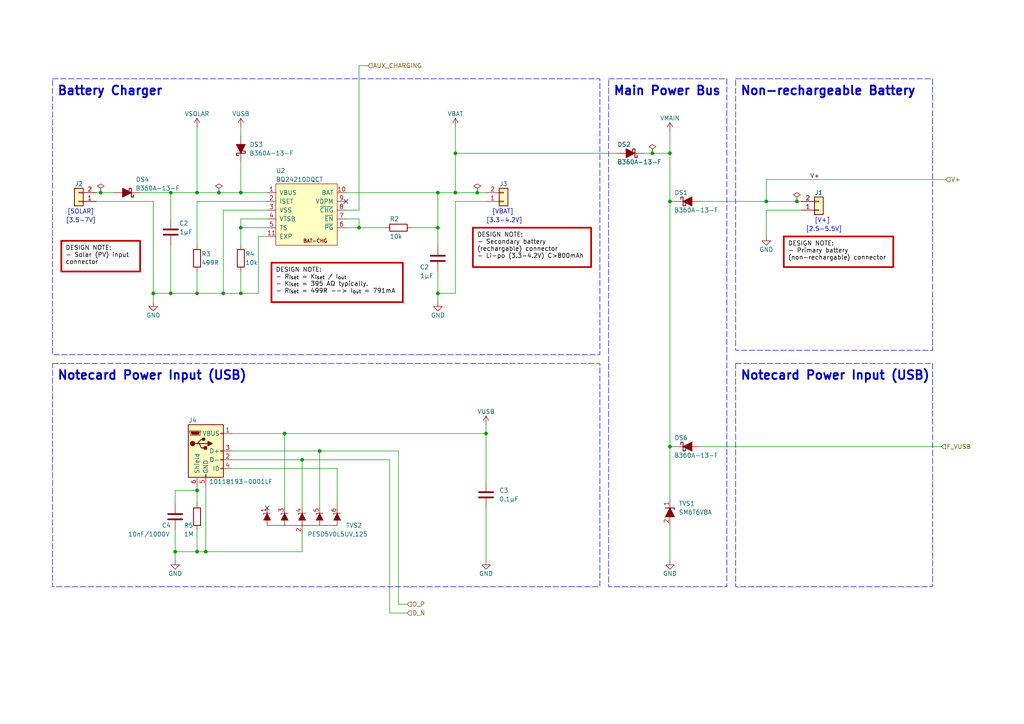
<source format=kicad_sch>
(kicad_sch (version 20230121) (generator eeschema)
  (paper "A4")
  (title_block (title "Notecarrier-F") (date "2023-07-18") (rev "B") (comment 1 "Blues Inc") (comment 2 "Heath Raftery"))
  (lib_symbols
    (symbol "Connector:USB_B_Micro" (pin_names (offset 1.016))
      (property "Reference" "J" (at -5.08 11.43 0))
      (property "Value" "USB_B_Micro" (at -5.08 8.89 0))
      (symbol "USB_B_Micro_0_1"
        (rectangle (start -5.08 -7.62) (end 5.08 7.62) (stroke (width 0.254)) (fill (type background)))
        (circle (center -3.81 2.159) (radius 0.635) (stroke (width 0.254)) (fill (type outline)))
        (circle (center -0.635 3.429) (radius 0.381) (stroke (width 0.254)) (fill (type outline)))
        (rectangle (start -0.127 -7.62) (end 0.127 -6.858))
        (polyline (pts (xy -1.905 2.159) (xy 0.635 2.159)) (stroke (width 0.254)))
        (polyline (pts (xy -3.175 2.159) (xy -2.54 2.159) (xy -1.27 3.429) (xy -0.635 3.429)) (stroke (width 0.254)))
        (polyline (pts (xy -2.54 2.159) (xy -1.905 2.159) (xy -1.27 0.889) (xy 0 0.889)) (stroke (width 0.254)))
        (polyline (pts (xy 0.635 2.794) (xy 0.635 1.524) (xy 1.905 2.159) (xy 0.635 2.794)) (stroke (width 0.254)) (fill (type outline)))
        (polyline (pts (xy -4.318 5.588) (xy -1.778 5.588) (xy -2.032 4.826) (xy -4.064 4.826) (xy -4.318 5.588)) (fill (type outline)))
        (polyline (pts (xy -4.699 5.842) (xy -4.699 5.588) (xy -4.445 4.826) (xy -4.445 4.572) (xy -1.651 4.572) (xy -1.651 4.826) (xy -1.397 5.588) (xy -1.397 5.842) (xy -4.699 5.842)))
        (rectangle (start 0.254 1.27) (end -0.508 0.508) (stroke (width 0.254)) (fill (type outline)))
        (rectangle (start 5.08 -5.207) (end 4.318 -4.953))
        (rectangle (start 5.08 -2.667) (end 4.318 -2.413))
        (rectangle (start 5.08 -0.127) (end 4.318 0.127))
        (rectangle (start 5.08 4.953) (end 4.318 5.207))
      )
      (symbol "USB_B_Micro_1_1"
        (pin power_out line (at 7.62 5.08 180) (length 2.54) (name "VBUS") (number "1"))
        (pin bidirectional line (at 7.62 -2.54 180) (length 2.54) (name "D-") (number "2"))
        (pin bidirectional line (at 7.62 0 180) (length 2.54) (name "D+") (number "3"))
        (pin passive line (at 7.62 -5.08 180) (length 2.54) (name "ID") (number "4"))
        (pin power_out line (at 0 -10.16 90) (length 2.54) (name "GND") (number "5"))
        (pin passive line (at -2.54 -10.16 90) (length 2.54) (name "Shield") (number "6"))
      )
    )
    (symbol "Connector_Generic:Conn_01x02" (pin_names (offset 1.016) hide)
      (property "Reference" "J" (at 0 2.54 0))
      (property "Value" "Conn_01x02" (at 0 -5.08 0))
      (symbol "Conn_01x02_1_1"
        (rectangle (start -1.27 -2.413) (end 0 -2.667) (stroke (width 0.1524)))
        (rectangle (start -1.27 0.127) (end 0 -0.127) (stroke (width 0.1524)))
        (rectangle (start -1.27 1.27) (end 1.27 -3.81) (stroke (width 0.254)) (fill (type background)))
        (pin passive line (at -5.08 0 0) (length 3.81) (name "Pin_1") (number "1"))
        (pin passive line (at -5.08 -2.54 0) (length 3.81) (name "Pin_2") (number "2"))
      )
    )
    (symbol "D_Schottky_Filled_Swapped_1" (pin_numbers hide) (pin_names (offset 1.016) hide)
      (property "Reference" "D" (at 0 2.54 0))
      (property "Value" "D_Schottky_Filled" (at 0 -2.54 0))
      (symbol "D_Schottky_Filled_Swapped_1_0_1"
        (polyline (pts (xy 1.27 0) (xy -1.27 0)))
        (polyline (pts (xy 1.27 1.27) (xy 1.27 -1.27) (xy -1.27 0) (xy 1.27 1.27)) (stroke (width 0.254)) (fill (type outline)))
        (polyline (pts (xy -1.905 0.635) (xy -1.905 1.27) (xy -1.27 1.27) (xy -1.27 -1.27) (xy -0.635 -1.27) (xy -0.635 -0.635)) (stroke (width 0.254)))
      )
      (symbol "D_Schottky_Filled_Swapped_1_1_1"
        (pin passive line (at 3.81 0 180) (length 2.54) (name "A") (number "1"))
        (pin passive line (at -3.81 0 0) (length 2.54) (name "K") (number "2"))
      )
    )
    (symbol "Device:C" (pin_numbers hide) (pin_names (offset 0.254))
      (property "Reference" "C" (at 0.635 2.54 0))
      (property "Value" "C" (at 0.635 -2.54 0))
      (symbol "C_0_1"
        (polyline (pts (xy -2.032 -0.762) (xy 2.032 -0.762)) (stroke (width 0.508)))
        (polyline (pts (xy -2.032 0.762) (xy 2.032 0.762)) (stroke (width 0.508)))
      )
      (symbol "C_1_1"
        (pin passive line (at 0 3.81 270) (length 2.794) (name "~") (number "1"))
        (pin passive line (at 0 -3.81 90) (length 2.794) (name "~") (number "2"))
      )
    )
    (symbol "Device:R" (pin_numbers hide) (pin_names (offset 0))
      (property "Reference" "R" (at 2.032 0 90))
      (property "Value" "R" (at 0 0 90))
      (symbol "R_0_1"
        (rectangle (start -1.016 -2.54) (end 1.016 2.54) (stroke (width 0.254)))
      )
      (symbol "R_1_1"
        (pin passive line (at 0 3.81 270) (length 1.27) (name "~") (number "1"))
        (pin passive line (at 0 -3.81 90) (length 1.27) (name "~") (number "2"))
      )
    )
    (symbol "blues-kicad-lib:BQ24210DQCT" (pin_names (offset 1.016))
      (property "Reference" "U" (at -7.62 7.62 0))
      (property "Value" "BQ24210DQCT" (at -7.62 -12.7 0))
      (symbol "BQ24210DQCT_0_0"
        (text "BAT-CHG" (at 1.27 -8.89 0) (effects (font (size 1 1) bold)))
        (pin power_in line (at -12.7 5.08 0) (length 2.54) (name "VBUS") (number "1"))
        (pin power_in line (at 10.16 5.08 180) (length 2.54) (name "BAT") (number "10"))
        (pin power_in line (at -12.7 -7.62 0) (length 2.54) (name "EXP") (number "11"))
        (pin input line (at -12.7 2.54 0) (length 2.54) (name "ISET") (number "2"))
        (pin power_in line (at -12.7 0 0) (length 2.54) (name "VSS") (number "3"))
        (pin input line (at -12.7 -2.54 0) (length 2.54) (name "VTSB") (number "4"))
        (pin input line (at -12.7 -5.08 0) (length 2.54) (name "TS") (number "5"))
        (pin output line (at 10.16 -5.08 180) (length 2.54) (name "~{PG}") (number "6"))
        (pin input line (at 10.16 -2.54 180) (length 2.54) (name "~{EN}") (number "7"))
        (pin output line (at 10.16 0 180) (length 2.54) (name "~{CHG}") (number "8"))
        (pin input line (at 10.16 2.54 180) (length 2.54) (name "VDPM") (number "9"))
      )
      (symbol "BQ24210DQCT_1_1"
        (rectangle (start -10.16 7.62) (end 7.62 -10.16) (fill (type background)))
      )
    )
    (symbol "blues-kicad-lib:D_Schottky_Filled_Swapped" (pin_numbers hide) (pin_names (offset 1.016) hide)
      (property "Reference" "D" (at 0 2.54 0))
      (property "Value" "D_Schottky_Filled" (at 0 -2.54 0))
      (symbol "D_Schottky_Filled_Swapped_0_1"
        (polyline (pts (xy 1.27 0) (xy -1.27 0)))
        (polyline (pts (xy 1.27 1.27) (xy 1.27 -1.27) (xy -1.27 0) (xy 1.27 1.27)) (stroke (width 0.254)) (fill (type outline)))
        (polyline (pts (xy -1.905 0.635) (xy -1.905 1.27) (xy -1.27 1.27) (xy -1.27 -1.27) (xy -0.635 -1.27) (xy -0.635 -0.635)) (stroke (width 0.254)))
      )
      (symbol "D_Schottky_Filled_Swapped_1_1"
        (pin passive line (at 3.81 0 180) (length 2.54) (name "A") (number "1"))
        (pin passive line (at -3.81 0 0) (length 2.54) (name "K") (number "2"))
      )
    )
    (symbol "blues-kicad-lib:PESD5V0L5UV" (pin_names hide)
      (property "Reference" "D" (at 12.7 2.54 0))
      (property "Value" "PESD5V0L5UV" (at 12.7 -1.27 0))
      (symbol "PESD5V0L5UV_0_1"
        (polyline (pts (xy -10.16 1.016) (xy -10.16 -1.016)))
        (polyline (pts (xy -5.08 1.016) (xy -5.08 -1.016)))
        (polyline (pts (xy -5.08 1.27) (xy -5.08 -2.54)))
        (polyline (pts (xy 0 1.016) (xy 0 -1.016)))
        (polyline (pts (xy 0 1.27) (xy 0 -2.54)))
        (polyline (pts (xy 5.08 1.016) (xy 5.08 -1.016)))
        (polyline (pts (xy 5.08 1.27) (xy 5.08 -2.54)))
        (polyline (pts (xy 10.16 1.016) (xy 10.16 -1.016)))
        (polyline (pts (xy -9.144 1.016) (xy -11.176 1.016) (xy -11.176 0.508)))
        (polyline (pts (xy -4.064 1.016) (xy -6.096 1.016) (xy -6.096 0.508)))
        (polyline (pts (xy 1.016 1.016) (xy -1.016 1.016) (xy -1.016 0.508)))
        (polyline (pts (xy 6.096 1.016) (xy 4.064 1.016) (xy 4.064 0.508)))
        (polyline (pts (xy 11.176 1.016) (xy 9.144 1.016) (xy 9.144 0.508)))
        (polyline (pts (xy -10.16 1.27) (xy -10.16 -2.54) (xy 10.16 -2.54) (xy 10.16 1.27)))
        (polyline (pts (xy -9.144 -1.016) (xy -10.16 1.016) (xy -11.176 -1.016) (xy -9.144 -1.016)) (fill (type outline)))
        (polyline (pts (xy -4.064 -1.016) (xy -5.08 1.016) (xy -6.096 -1.016) (xy -4.064 -1.016)) (fill (type outline)))
        (polyline (pts (xy 1.016 -1.016) (xy 0 1.016) (xy -1.016 -1.016) (xy 1.016 -1.016)) (fill (type outline)))
        (polyline (pts (xy 6.096 -1.016) (xy 5.08 1.016) (xy 4.064 -1.016) (xy 6.096 -1.016)) (fill (type outline)))
        (polyline (pts (xy 11.176 -1.016) (xy 10.16 1.016) (xy 9.144 -1.016) (xy 11.176 -1.016)) (fill (type outline)))
      )
      (symbol "PESD5V0L5UV_1_1"
        (pin passive line (at -10.16 2.54 270) (length 1.27) (name "K1") (number "1"))
        (pin passive line (at 0 -5.08 90) (length 2.54) (name "A") (number "2"))
        (pin passive line (at -5.08 2.54 270) (length 1.27) (name "K2") (number "3"))
        (pin passive line (at 0 2.54 270) (length 1.27) (name "K3") (number "4"))
        (pin passive line (at 5.08 2.54 270) (length 1.27) (name "K4") (number "5"))
        (pin passive line (at 10.16 2.54 270) (length 1.27) (name "K5") (number "6"))
      )
    )
    (symbol "blues-kicad-lib:SM6T6V8A" (pin_names (offset 1.016) hide)
      (property "Reference" "D" (at 0 2.54 0))
      (property "Value" "SM6T6V8A" (at 0 -2.54 0))
      (symbol "SM6T6V8A_0_1"
        (polyline (pts (xy -0.762 1.27) (xy -1.27 1.27) (xy -1.27 -1.27)) (stroke (width 0.254)))
        (polyline (pts (xy 1.27 1.27) (xy 1.27 -1.27) (xy -1.27 0) (xy 1.27 1.27)) (stroke (width 0.254)) (fill (type outline)))
      )
      (symbol "SM6T6V8A_1_1"
        (pin passive line (at -3.81 0 0) (length 2.54) (name "A1") (number "1"))
        (pin passive line (at 3.81 0 180) (length 2.54) (name "A2") (number "2"))
      )
    )
    (symbol "blues-kicad-lib:power_VBAT" (power) (pin_names (offset 0)) (in_bom no) (on_board no)
      (property "Value" "VBAT" (at 0 3.81 0))
      (symbol "power_VBAT_0_1"
        (polyline (pts (xy -0.762 1.27) (xy 0 2.54)))
        (polyline (pts (xy 0 0) (xy 0 2.54)))
        (polyline (pts (xy 0 2.54) (xy 0.762 1.27)))
      )
      (symbol "power_VBAT_1_1"
        (pin power_in line (at 0 0 90) (length 0) hide (name "VBAT") (number "1"))
      )
    )
    (symbol "blues-kicad-lib:power_VMAIN" (power) (pin_names (offset 0)) (in_bom no) (on_board no)
      (property "Value" "VMAIN" (at 0 3.81 0))
      (symbol "power_VMAIN_0_1"
        (polyline (pts (xy -0.762 1.27) (xy 0 2.54)))
        (polyline (pts (xy 0 0) (xy 0 2.54)))
        (polyline (pts (xy 0 2.54) (xy 0.762 1.27)))
      )
      (symbol "power_VMAIN_1_1"
        (pin power_in line (at 0 0 90) (length 0) hide (name "VMAIN") (number "1"))
      )
    )
    (symbol "blues-kicad-lib:power_VSOLAR" (power) (pin_names (offset 0)) (in_bom no) (on_board no)
      (property "Value" "VSOLAR" (at 0 3.81 0))
      (symbol "power_VSOLAR_0_1"
        (polyline (pts (xy -0.762 1.27) (xy 0 2.54)))
        (polyline (pts (xy 0 0) (xy 0 2.54)))
        (polyline (pts (xy 0 2.54) (xy 0.762 1.27)))
      )
      (symbol "power_VSOLAR_1_1"
        (pin power_in line (at 0 0 90) (length 0) hide (name "VSOLAR") (number "1"))
      )
    )
    (symbol "blues-kicad-lib:power_VUSB" (power) (pin_names (offset 0)) (in_bom no) (on_board no)
      (property "Value" "VUSB" (at 0 3.81 0))
      (symbol "power_VUSB_0_1"
        (polyline (pts (xy -0.762 1.27) (xy 0 2.54)))
        (polyline (pts (xy 0 0) (xy 0 2.54)))
        (polyline (pts (xy 0 2.54) (xy 0.762 1.27)))
      )
      (symbol "power_VUSB_1_1"
        (pin power_in line (at 0 0 90) (length 0) hide (name "VUSB") (number "1"))
      )
    )
    (symbol "power:GND" (power) (pin_names (offset 0))
      (property "Value" "GND" (at 0 -3.81 0))
      (symbol "GND_0_1"
        (polyline (pts (xy 0 0) (xy 0 -1.27) (xy 1.27 -1.27) (xy 0 -2.54) (xy -1.27 -1.27) (xy 0 -1.27)))
      )
      (symbol "GND_1_1"
        (pin power_in line (at 0 0 270) (length 0) hide (name "GND") (number "1"))
      )
    )
    (symbol "power:PWR_FLAG" (power) (pin_numbers hide) (pin_names (offset 0) hide)
      (property "Value" "PWR_FLAG" (at 0 3.81 0))
      (symbol "PWR_FLAG_0_0"
        (pin power_out line (at 0 0 90) (length 0) (name "pwr") (number "1"))
      )
      (symbol "PWR_FLAG_0_1"
        (polyline (pts (xy 0 0) (xy 0 1.27) (xy -1.016 1.905) (xy 0 2.54) (xy 1.016 1.905) (xy 0 1.27)))
      )
    )
  )
  (junction (at 194.31 58.42))
  (junction (at 127 66.04))
  (junction (at 231.14 58.42))
  (junction (at 127 85.09))
  (junction (at 59.69 160.02))
  (junction (at 57.15 85.09))
  (junction (at 69.85 85.09))
  (junction (at 194.31 44.45))
  (junction (at 189.23 44.45))
  (junction (at 127 55.88))
  (junction (at 49.53 55.88))
  (junction (at 50.8 160.02))
  (junction (at 132.08 44.45))
  (junction (at 138.43 55.88))
  (junction (at 92.71 130.81))
  (junction (at 29.21 55.88))
  (junction (at 57.15 160.02))
  (junction (at 57.15 55.88))
  (junction (at 69.85 66.04))
  (junction (at 49.53 85.09))
  (junction (at 64.77 85.09))
  (junction (at 57.15 142.24))
  (junction (at 63.5 55.88))
  (junction (at 69.85 55.88))
  (junction (at 140.97 125.73))
  (junction (at 132.08 55.88))
  (junction (at 222.25 58.42))
  (junction (at 44.45 85.09))
  (junction (at 87.63 133.35))
  (junction (at 82.55 125.73))
  (junction (at 194.31 129.54))
  (junction (at 104.14 66.04))
  (no_connect (at 100.33 58.42))
  (no_connect (at 77.47 147.32))
  (wire (pts (xy 140.97 147.32) (xy 140.97 162.56)))
  (wire (pts (xy 82.55 125.73) (xy 82.55 147.32)))
  (wire (pts (xy 57.15 58.42) (xy 57.15 71.12)))
  (wire (pts (xy 69.85 85.09) (xy 74.93 85.09)))
  (wire (pts (xy 132.08 36.83) (xy 132.08 44.45)))
  (wire (pts (xy 69.85 63.5) (xy 69.85 66.04)))
  (wire (pts (xy 57.15 160.02) (xy 59.69 160.02)))
  (wire (pts (xy 57.15 78.74) (xy 57.15 85.09)))
  (wire (pts (xy 132.08 44.45) (xy 179.07 44.45)))
  (wire (pts (xy 64.77 85.09) (xy 69.85 85.09)))
  (wire (pts (xy 57.15 85.09) (xy 49.53 85.09)))
  (wire (pts (xy 232.41 58.42) (xy 231.14 58.42)))
  (wire (pts (xy 203.2 129.54) (xy 273.05 129.54)))
  (wire (pts (xy 104.14 19.05) (xy 106.68 19.05)))
  (wire (pts (xy 195.58 129.54) (xy 194.31 129.54)))
  (wire (pts (xy 44.45 58.42) (xy 44.45 85.09)))
  (wire (pts (xy 222.25 60.96) (xy 222.25 68.58)))
  (wire (pts (xy 189.23 44.45) (xy 194.31 44.45)))
  (wire (pts (xy 132.08 44.45) (xy 132.08 55.88)))
  (wire (pts (xy 50.8 160.02) (xy 50.8 162.56)))
  (wire (pts (xy 132.08 85.09) (xy 127 85.09)))
  (wire (pts (xy 222.25 58.42) (xy 222.25 52.07)))
  (wire (pts (xy 57.15 142.24) (xy 57.15 146.05)))
  (wire (pts (xy 50.8 142.24) (xy 50.8 146.05)))
  (wire (pts (xy 57.15 153.67) (xy 57.15 160.02)))
  (wire (pts (xy 100.33 55.88) (xy 127 55.88)))
  (wire (pts (xy 140.97 123.19) (xy 140.97 125.73)))
  (wire (pts (xy 140.97 58.42) (xy 132.08 58.42)))
  (wire (pts (xy 87.63 154.94) (xy 87.63 160.02)))
  (wire (pts (xy 49.53 55.88) (xy 57.15 55.88)))
  (wire (pts (xy 77.47 58.42) (xy 57.15 58.42)))
  (wire (pts (xy 127 85.09) (xy 127 87.63)))
  (wire (pts (xy 127 78.74) (xy 127 85.09)))
  (wire (pts (xy 87.63 133.35) (xy 87.63 147.32)))
  (wire (pts (xy 49.53 71.12) (xy 49.53 85.09)))
  (wire (pts (xy 127 55.88) (xy 127 66.04)))
  (wire (pts (xy 115.57 175.26) (xy 115.57 130.81)))
  (wire (pts (xy 74.93 68.58) (xy 74.93 85.09)))
  (wire (pts (xy 194.31 58.42) (xy 195.58 58.42)))
  (wire (pts (xy 64.77 60.96) (xy 64.77 85.09)))
  (wire (pts (xy 274.32 52.07) (xy 222.25 52.07)))
  (wire (pts (xy 59.69 140.97) (xy 59.69 160.02)))
  (wire (pts (xy 100.33 66.04) (xy 104.14 66.04)))
  (wire (pts (xy 29.21 55.88) (xy 27.94 55.88)))
  (wire (pts (xy 69.85 55.88) (xy 77.47 55.88)))
  (wire (pts (xy 82.55 125.73) (xy 140.97 125.73)))
  (wire (pts (xy 67.31 133.35) (xy 87.63 133.35)))
  (wire (pts (xy 104.14 66.04) (xy 111.76 66.04)))
  (wire (pts (xy 57.15 55.88) (xy 63.5 55.88)))
  (wire (pts (xy 67.31 130.81) (xy 92.71 130.81)))
  (wire (pts (xy 50.8 142.24) (xy 57.15 142.24)))
  (wire (pts (xy 69.85 78.74) (xy 69.85 85.09)))
  (wire (pts (xy 57.15 160.02) (xy 50.8 160.02)))
  (wire (pts (xy 127 66.04) (xy 127 71.12)))
  (wire (pts (xy 113.03 177.8) (xy 113.03 133.35)))
  (wire (pts (xy 104.14 60.96) (xy 100.33 60.96)))
  (wire (pts (xy 50.8 160.02) (xy 50.8 153.67)))
  (wire (pts (xy 194.31 129.54) (xy 194.31 144.78)))
  (wire (pts (xy 67.31 125.73) (xy 82.55 125.73)))
  (wire (pts (xy 44.45 85.09) (xy 49.53 85.09)))
  (wire (pts (xy 87.63 133.35) (xy 113.03 133.35)))
  (wire (pts (xy 132.08 58.42) (xy 132.08 85.09)))
  (wire (pts (xy 119.38 66.04) (xy 127 66.04)))
  (wire (pts (xy 49.53 55.88) (xy 40.64 55.88)))
  (wire (pts (xy 97.79 147.32) (xy 97.79 135.89)))
  (wire (pts (xy 194.31 44.45) (xy 194.31 58.42)))
  (wire (pts (xy 67.31 135.89) (xy 97.79 135.89)))
  (wire (pts (xy 140.97 139.7) (xy 140.97 125.73)))
  (wire (pts (xy 186.69 44.45) (xy 189.23 44.45)))
  (wire (pts (xy 194.31 38.1) (xy 194.31 44.45)))
  (wire (pts (xy 27.94 58.42) (xy 44.45 58.42)))
  (wire (pts (xy 33.02 55.88) (xy 29.21 55.88)))
  (wire (pts (xy 194.31 58.42) (xy 194.31 129.54)))
  (wire (pts (xy 118.11 175.26) (xy 115.57 175.26)))
  (wire (pts (xy 77.47 68.58) (xy 74.93 68.58)))
  (wire (pts (xy 118.11 177.8) (xy 113.03 177.8)))
  (wire (pts (xy 49.53 55.88) (xy 49.53 63.5)))
  (wire (pts (xy 100.33 63.5) (xy 104.14 63.5)))
  (wire (pts (xy 231.14 58.42) (xy 222.25 58.42)))
  (wire (pts (xy 57.15 140.97) (xy 57.15 142.24)))
  (wire (pts (xy 57.15 36.83) (xy 57.15 55.88)))
  (wire (pts (xy 92.71 130.81) (xy 115.57 130.81)))
  (wire (pts (xy 104.14 63.5) (xy 104.14 66.04)))
  (wire (pts (xy 232.41 60.96) (xy 222.25 60.96)))
  (wire (pts (xy 77.47 63.5) (xy 69.85 63.5)))
  (wire (pts (xy 44.45 85.09) (xy 44.45 87.63)))
  (wire (pts (xy 59.69 160.02) (xy 87.63 160.02)))
  (wire (pts (xy 92.71 130.81) (xy 92.71 147.32)))
  (wire (pts (xy 132.08 55.88) (xy 138.43 55.88)))
  (wire (pts (xy 104.14 19.05) (xy 104.14 60.96)))
  (wire (pts (xy 194.31 152.4) (xy 194.31 162.56)))
  (wire (pts (xy 69.85 55.88) (xy 69.85 46.99)))
  (wire (pts (xy 69.85 66.04) (xy 69.85 71.12)))
  (wire (pts (xy 69.85 36.83) (xy 69.85 39.37)))
  (wire (pts (xy 127 55.88) (xy 132.08 55.88)))
  (wire (pts (xy 63.5 55.88) (xy 69.85 55.88)))
  (wire (pts (xy 57.15 85.09) (xy 64.77 85.09)))
  (wire (pts (xy 203.2 58.42) (xy 222.25 58.42)))
  (wire (pts (xy 77.47 60.96) (xy 64.77 60.96)))
  (wire (pts (xy 69.85 66.04) (xy 77.47 66.04)))
  (wire (pts (xy 138.43 55.88) (xy 140.97 55.88)))
  (rectangle (start 176.53 22.86) (end 210.82 170.18) (stroke (width 0) (type dash)))
  (rectangle (start 15.24 105.41) (end 173.99 170.18) (stroke (width 0) (type dash)))
  (rectangle (start 213.36 105.41) (end 270.51 170.18) (stroke (width 0) (type dash)))
  (rectangle (start 213.36 22.86) (end 270.51 101.6) (stroke (width 0) (type dash)))
  (rectangle (start 15.24 22.86) (end 173.99 102.87) (stroke (width 0) (type dash)))
  (text_box "DESIGN NOTE:\n- Primary battery (non-rechargable) connector" (at 227.33 68.58 0) (size 31.75 8.89) (stroke (width 0.5) (color 194 0 0 1)) (effects (font (size 1.27 1.27)) (justify left top)))
  (text_box "DESIGN NOTE:\n- Secondary battery (rechargable) connector\n- Li-po (3.3-4.2V) C>800mAh" (at 137.16 66.04 0) (size 34.29 11.43) (stroke (width 0.5) (color 194 0 0 1)) (effects (font (size 1.27 1.27)) (justify left top)))
  (text_box "DESIGN NOTE:\n- R_{iset} = K_{iset} / I_{out}\n- K_{iset} = 395 AΩ typically.\n- R_{iset} = 499R --> I_{out} = 791mA" (at 78.74 76.2 0) (size 38.1 11.43) (stroke (width 0.5) (color 194 0 0 1)) (effects (font (size 1.27 1.27)) (justify left top)))
  (text_box "DESIGN NOTE:\n- Solar (PV) input connector" (at 17.78 69.85 0) (size 22.86 8.89) (stroke (width 0.5) (color 194 0 0 1)) (effects (font (size 1.27 1.27)) (justify left top)))
  (text "[SOLAR]" (at 19.4957 62.2314 0) (effects (font (size 1.27 1.27)) (justify left bottom)))
  (text "Main Power Bus" (at 177.8 27.94 0) (effects (font (size 2.54 2.54) (thickness 0.508) bold) (justify left bottom)))
  (text "[VBAT]" (at 142.6857 62.2314 0) (effects (font (size 1.27 1.27)) (justify left bottom)))
  (text "Battery Charger" (at 16.51 27.94 0) (effects (font (size 2.54 2.54) (thickness 0.508) bold) (justify left bottom)))
  (text "[2.5-5.5V]" (at 233.68 67.31 0) (effects (font (size 1.27 1.27)) (justify left bottom)))
  (text "[3.5-7V]" (at 19.05 64.77 0) (effects (font (size 1.27 1.27)) (justify left bottom)))
  (text "[V+]" (at 236.22 64.77 0) (effects (font (size 1.27 1.27)) (justify left bottom)))
  (text "[3.3-4.2V]" (at 140.97 64.77 0) (effects (font (size 1.27 1.27)) (justify left bottom)))
  (text "Non-rechargeable Battery" (at 214.63 27.94 0) (effects (font (size 2.54 2.54) (thickness 0.508) bold) (justify left bottom)))
  (text "Notecard Power Input (USB)" (at 16.51 110.49 0) (effects (font (size 2.54 2.54) (thickness 0.508) bold) (justify left bottom)))
  (text "Notecard Power Input (USB)" (at 214.63 110.49 0) (effects (font (size 2.54 2.54) (thickness 0.508) bold) (justify left bottom)))
  (label "V+" (at 234.95 52.07 0))
  (hierarchical_label "D_N" (shape input) (at 118.11 177.8 0))
  (hierarchical_label "D_P" (shape input) (at 118.11 175.26 0))
  (hierarchical_label "V+" (shape input) (at 274.32 52.07 0))
  (hierarchical_label "AUX_CHARGING" (shape input) (at 106.68 19.05 0))
  (hierarchical_label "F_VUSB" (shape input) (at 273.05 129.54 0))
  (symbol (lib_id "blues-kicad-lib:D_Schottky_Filled_Swapped") (at 199.39 129.54 0) (unit 1)
    (property "Reference" "DS6" (at 195.58 127 0) (effects (justify left)))
    (property "Value" "B360A-13-F" (at 201.93 132.08 0))
    (property "Footprint" "blues-kicad-lib:DO-214AC SMA_Fv1.2" (effects hide))
    (property "Datasheet" "https://datasheet.octopart.com/B360A-13-F-Diodes-Inc.-datasheet-8329522.pdf" (effects hide))
    (property "MPN" "B360A-13-F" (effects hide))
    (property "Mfr Description" "Rectifier Diode, Schottky, 1 Phase, 1 Element, 3A, 60V V(RRM), Silicon, DO-214AC" (effects hide))
    (property "Description" "DIODE SCHOTTKY 60V 3A SMT DO-214AC-2/SMA" (effects hide))
    (property "Manufacturer" "Diodes Inc." (effects hide))
    (property "Design Description" "Schottky Diode B360-13-F 60V/3A" (effects hide))
    (property "Design MPN" "B360A-13-F" (effects hide))
    (property "Design Manufacturer" "Diodes Inc" (effects hide))
    (property "Design Order Code" "B360A-FDICT-ND" (effects hide))
    (property "Design Supplier" "Digi-Key" (effects hide))
  )
  (symbol (lib_id "blues-kicad-lib:power_VBAT") (at 132.08 36.83 0) (unit 1) (in_bom no) (on_board no)
    (property "Reference" "#PWR05" (effects hide))
    (property "Value" "VBAT" (at 132.08 33.02 0))
    (instances (project "Notecarrier-F" (path "" (reference "#PWR05") (unit 1)) (path "" (reference "#PWR067") (unit 1))))
  )
  (symbol (lib_id "Connector_Generic:Conn_01x02") (at 237.49 60.96 0) (mirror x) (unit 1)
    (property "Reference" "J1" (at 237.49 55.88 0))
    (property "Value" "S2BPHSM4TBLFSN" (effects hide))
    (property "Footprint" "blues-kicad-lib:JST S2B-PH-SM4-TB_Fv1.2" (effects hide))
    (property "Datasheet" "http://www.4uconnector.com/online/object/4udrawing/17311.pdf" (effects hide))
    (property "Description" "HEADER JST PH 2P M SIDE ENTRY P=2.0mm SMT BLACK" (effects hide))
    (property "Manufacturer" "4UCON" (effects hide))
    (property "Datasheet 2" "https://www.jst-mfg.com/product/pdf/eng/ePH.pdf" (effects hide))
    (property "Datasheet 3" "https://www.adafruit.com/product/1769" (effects hide))
    (property "MPN" "20404" (effects hide))
    (property "MPN 2" "S2B-PH-SM4-K-TBT(LF)(SN)" (effects hide))
    (property "MPN 3" "1769" (effects hide))
    (property "Manufacturer 2" "JST Sales America Inc." (effects hide))
    (property "Manufacturer 3" "Adafruit" (effects hide))
    (property "Mfr Description" "2.0MM JST PH SERIES EQUIVALENT WAFER 02P SMT 90° WITHOUT POST BLACK INSULATOR TAPE&REEL 1000PCS/REEL MOQ=20REEL RoHS" (effects hide))
    (property "Mfr Description 2" "Connector Header Surface Mount, Right Angle 2 position 0.079\" (2.00mm)" (effects hide))
    (property "Mfr Description 3" "JST-PH 2-Pin SMT Right Angle Connector" (effects hide))
    (property "Design Description" "PH SMT SIDE ENTRY HDR 2W" (effects hide))
    (property "Design MPN" "S2BPHSM4TBLFSN" (effects hide))
    (property "Design Manufacturer" "JST" (effects hide))
    (property "Design Order Code" "455-1749-1-ND" (effects hide))
    (property "Design Supplier" "Digi-Key" (effects hide))
  )
  (symbol (lib_id "power:PWR_FLAG") (at 29.21 55.88 0) (unit 1)
    (property "Reference" "#FLG01" (effects hide))
    (property "Value" "PWR_FLAG" (effects hide))
    (instances (project "Notecarrier-F" (path "" (reference "#FLG01") (unit 1)) (path "" (reference "#FLG013") (unit 1))))
  )
  (symbol (lib_id "blues-kicad-lib:D_Schottky_Filled_Swapped") (at 199.39 58.42 0) (unit 1)
    (property "Reference" "DS1" (at 195.58 55.88 0) (effects (justify left)))
    (property "Value" "B360A-13-F" (at 201.93 60.96 0))
    (property "Footprint" "blues-kicad-lib:DO-214AC SMA_Fv1.2" (effects hide))
    (property "Datasheet" "https://datasheet.octopart.com/B360A-13-F-Diodes-Inc.-datasheet-8329522.pdf" (effects hide))
    (property "MPN" "B360A-13-F" (effects hide))
    (property "Mfr Description" "Rectifier Diode, Schottky, 1 Phase, 1 Element, 3A, 60V V(RRM), Silicon, DO-214AC" (effects hide))
    (property "Description" "DIODE SCHOTTKY 60V 3A SMT DO-214AC-2/SMA" (effects hide))
    (property "Manufacturer" "Diodes Inc." (effects hide))
    (property "Design Description" "Schottky Diode B360-13-F 60V/3A" (effects hide))
    (property "Design MPN" "B360A-13-F" (effects hide))
    (property "Design Manufacturer" "Diodes Inc" (effects hide))
    (property "Design Order Code" "B360A-FDICT-ND" (effects hide))
    (property "Design Supplier" "Digi-Key" (effects hide))
  )
  (symbol (lib_id "power:PWR_FLAG") (at 63.5 55.88 0) (unit 1)
    (property "Reference" "#FLG02" (effects hide))
    (property "Value" "PWR_FLAG" (effects hide))
    (instances (project "Notecarrier-F" (path "" (reference "#FLG02") (unit 1)) (path "" (reference "#FLG014") (unit 1))))
  )
  (symbol (lib_id "Device:R") (at 57.15 74.93 180) (unit 1)
    (property "Reference" "R3" (at 58.42 73.66 0) (effects (justify right)))
    (property "Value" "499R" (at 58.42 76.2 0) (effects (justify right)))
    (property "Footprint" "blues-kicad-lib:R-0402_Fv1.2" (effects hide))
    (property "Datasheet" "https://datasheet.octopart.com/0402WGF4990TCE-Royal-Ohm-datasheet-165785611.pdf" (effects hide))
    (property "Description" "RES 499 OHM 1% 1/16W SMT 0402" (effects hide))
    (property "Manufacturer" "Royal Ohm" (effects hide))
    (property "Datasheet 2" "https://datasheet.octopart.com/CR0402-FX-4990GLF-Bourns-datasheet-159578630.pdf" (effects hide))
    (property "Datasheet 3" "https://datasheet.octopart.com/RC0402FR-07499RP-Yageo-datasheet-164759695.pdf" (effects hide))
    (property "MPN" "0402WGF4990TCE" (effects hide))
    (property "MPN 2" "CR0402-FX-4990GLF" (effects hide))
    (property "MPN 3" "RC0402FR-07499RP" (effects hide))
    (property "Manufacturer 2" "Bourns" (effects hide))
    (property "Manufacturer 3" "Yageo" (effects hide))
    (property "Mfr Description" "Res Thick Film 0402 499 Ohm 1% 0.063W(1/16W) ±100ppm/°C Pad SMD T/R" (effects hide))
    (property "Mfr Description 2" "SMD Chip Resistor, 499 Ohm, ± 1%, 63 mW, 0402 [1005 Metric], Thick Film, General Purpose" (effects hide))
    (property "Mfr Description 3" "Res General Purpose Thick Film 0402 499 Ohm 1% 1/16W ±100ppm/°C Molded SMD Paper T/R" (effects hide))
    (property "Design Description" "Resistor 499R ±1% 0402" (effects hide))
    (property "Design MPN" "N/A" (effects hide))
    (property "Design Manufacturer" "N/A" (effects hide))
  )
  (symbol (lib_id "power:GND") (at 44.45 87.63 0) (unit 1)
    (property "Reference" "#PWR01" (effects hide))
    (property "Value" "GND" (at 44.45 91.44 0))
    (instances (project "Notecarrier-F" (path "" (reference "#PWR01") (unit 1)) (path "" (reference "#PWR027") (unit 1))))
  )
  (symbol (lib_id "Device:R") (at 69.85 74.93 180) (unit 1)
    (property "Reference" "R4" (at 71.12 73.66 0) (effects (justify right)))
    (property "Value" "10k" (at 71.12 76.2 0) (effects (justify right)))
    (property "Footprint" "blues-kicad-lib:R-0402_Fv1.2" (effects hide))
    (property "Datasheet" "http://datasheet.octopart.com/RC1005F103CS-Samsung-Electro-Mechanics-datasheet-41960856.pdf" (effects hide))
    (property "Description" "RES 10K OHM 1% 1/16W SMT 0402" (effects hide))
    (property "Manufacturer" "Samsung" (effects hide))
    (property "Datasheet 2" "http://datasheet.octopart.com/RC0402FR-0710KL-Yageo-datasheet-10408619.pdf" (effects hide))
    (property "Datasheet 3" "https://datasheet.octopart.com/ERJ-2RKF1002X-Panasonic-datasheet-13266541.pdf" (effects hide))
    (property "MPN" "RC1005F103CS" (effects hide))
    (property "MPN 2" "RC0402FR-0710KL" (effects hide))
    (property "MPN 3" "ERJ-2RKF1002X" (effects hide))
    (property "Manufacturer 2" "Yageo" (effects hide))
    (property "Manufacturer 3" "Panasonic" (effects hide))
    (property "Mfr Description" "Res Thick Film 0402 10K Ohm 1% 1/16W ±100ppm/°C Molded SMD SMD T/R" (effects hide))
    (property "Mfr Description 2" "Res General Purpose Thick Film 0402 10K Ohm 1% 1/16W ±100ppm/°C Molded SMD Paper T/R" (effects hide))
    (property "Mfr Description 3" "Res Thick Film 0402 10K Ohm 1% 1/10W ±100ppm/°C Molded SMD Punched Carrier T/R" (effects hide))
    (property "Design Description" "Resistor 10k ±1% 0402" (effects hide))
    (property "Design MPN" "N/A" (effects hide))
    (property "Design Manufacturer" "N/A" (effects hide))
    (property "Design Order Code" "311-10.0KLRCT-ND" (effects hide))
    (property "Design Supplier" "Digi-Key" (effects hide))
  )
  (symbol (lib_id "blues-kicad-lib:power_VMAIN") (at 194.31 38.1 0) (unit 1) (in_bom no) (on_board no)
    (property "Reference" "#PWR07" (effects hide))
    (property "Value" "VMAIN" (at 194.31 34.29 0))
    (instances (project "Notecarrier-F" (path "" (reference "#PWR07") (unit 1)) (path "" (reference "#PWR069") (unit 1))))
  )
  (symbol (lib_id "blues-kicad-lib:power_VSOLAR") (at 57.15 36.83 0) (unit 1) (in_bom no) (on_board no)
    (property "Reference" "#PWR02" (effects hide))
    (property "Value" "VSOLAR" (at 57.15 33.02 0))
    (instances (project "Notecarrier-F" (path "" (reference "#PWR02") (unit 1)) (path "" (reference "#PWR036") (unit 1))))
  )
  (symbol (lib_id "blues-kicad-lib:D_Schottky_Filled_Swapped") (at 69.85 43.18 90) (unit 1)
    (property "Reference" "DS3" (at 72.39 41.91 90) (effects (justify right)))
    (property "Value" "B360A-13-F" (at 78.74 44.45 90))
    (property "Footprint" "blues-kicad-lib:DO-214AC SMA_Fv1.2" (effects hide))
    (property "Datasheet" "https://datasheet.octopart.com/B360A-13-F-Diodes-Inc.-datasheet-8329522.pdf" (effects hide))
    (property "MPN" "B360A-13-F" (effects hide))
    (property "Mfr Description" "Rectifier Diode, Schottky, 1 Phase, 1 Element, 3A, 60V V(RRM), Silicon, DO-214AC" (effects hide))
    (property "Description" "DIODE SCHOTTKY 60V 3A SMT DO-214AC-2/SMA" (effects hide))
    (property "Manufacturer" "Diodes Inc." (effects hide))
    (property "Design Description" "Schottky Diode B360-13-F 60V/3A" (effects hide))
    (property "Design MPN" "B360A-13-F" (effects hide))
    (property "Design Manufacturer" "Diodes Inc" (effects hide))
    (property "Design Order Code" "B360A-FDICT-ND" (effects hide))
    (property "Design Supplier" "Digi-Key" (effects hide))
  )
  (symbol (lib_id "blues-kicad-lib:power_VUSB") (at 140.97 123.19 0) (unit 1) (in_bom no) (on_board no)
    (property "Reference" "#PWR015" (effects hide))
    (property "Value" "VUSB" (at 140.97 119.38 0))
    (instances (project "Notecarrier-F" (path "" (reference "#PWR015") (unit 1)) (path "" (reference "#PWR068") (unit 1))))
  )
  (symbol (lib_id "Connector_Generic:Conn_01x02") (at 146.05 58.42 0) (mirror x) (unit 1)
    (property "Reference" "J3" (at 146.05 53.34 0))
    (property "Value" "S2BPHSM4TBLFSN" (effects hide))
    (property "Footprint" "blues-kicad-lib:JST S2B-PH-SM4-TB_Fv1.2" (effects hide))
    (property "Datasheet" "http://www.4uconnector.com/online/object/4udrawing/17311.pdf" (effects hide))
    (property "Description" "HEADER JST PH 2P M SIDE ENTRY P=2.0mm SMT BLACK" (effects hide))
    (property "Manufacturer" "4UCON" (effects hide))
    (property "Datasheet 2" "https://www.jst-mfg.com/product/pdf/eng/ePH.pdf" (effects hide))
    (property "Datasheet 3" "https://www.adafruit.com/product/1769" (effects hide))
    (property "MPN" "20404" (effects hide))
    (property "MPN 2" "S2B-PH-SM4-K-TBT(LF)(SN)" (effects hide))
    (property "MPN 3" "1769" (effects hide))
    (property "Manufacturer 2" "JST Sales America Inc." (effects hide))
    (property "Manufacturer 3" "Adafruit" (effects hide))
    (property "Mfr Description" "2.0MM JST PH SERIES EQUIVALENT WAFER 02P SMT 90° WITHOUT POST BLACK INSULATOR TAPE&REEL 1000PCS/REEL MOQ=20REEL RoHS" (effects hide))
    (property "Mfr Description 2" "Connector Header Surface Mount, Right Angle 2 position 0.079\" (2.00mm)" (effects hide))
    (property "Mfr Description 3" "JST-PH 2-Pin SMT Right Angle Connector" (effects hide))
    (property "Design Description" "PH SMT SIDE ENTRY HDR 2W" (effects hide))
    (property "Design MPN" "S2BPHSM4TBLFSN" (effects hide))
    (property "Design Manufacturer" "JST" (effects hide))
    (property "Design Order Code" "455-1749-1-ND" (effects hide))
    (property "Design Supplier" "Digi-Key" (effects hide))
  )
  (symbol (lib_id "power:GND") (at 222.25 68.58 0) (unit 1)
    (property "Reference" "#PWR06" (effects hide))
    (property "Value" "GND" (at 222.25 72.39 0))
    (instances (project "Notecarrier-F" (path "" (reference "#PWR06") (unit 1)) (path "" (reference "#PWR066") (unit 1))))
  )
  (symbol (lib_id "Connector_Generic:Conn_01x02") (at 22.86 58.42 180) (unit 1)
    (property "Reference" "J2" (at 22.86 53.34 0))
    (property "Value" "S2BPHSM4TBLFSN" (effects hide))
    (property "Footprint" "blues-kicad-lib:JST S2B-PH-SM4-TB_Fv1.2" (effects hide))
    (property "Datasheet" "http://www.4uconnector.com/online/object/4udrawing/17311.pdf" (effects hide))
    (property "Description" "HEADER JST PH 2P M SIDE ENTRY P=2.0mm SMT BLACK" (effects hide))
    (property "Manufacturer" "4UCON" (effects hide))
    (property "Datasheet 2" "https://www.jst-mfg.com/product/pdf/eng/ePH.pdf" (effects hide))
    (property "Datasheet 3" "https://www.adafruit.com/product/1769" (effects hide))
    (property "MPN" "20404" (effects hide))
    (property "MPN 2" "S2B-PH-SM4-K-TBT(LF)(SN)" (effects hide))
    (property "MPN 3" "1769" (effects hide))
    (property "Manufacturer 2" "JST Sales America Inc." (effects hide))
    (property "Manufacturer 3" "Adafruit" (effects hide))
    (property "Mfr Description" "2.0MM JST PH SERIES EQUIVALENT WAFER 02P SMT 90° WITHOUT POST BLACK INSULATOR TAPE&REEL 1000PCS/REEL MOQ=20REEL RoHS" (effects hide))
    (property "Mfr Description 2" "Connector Header Surface Mount, Right Angle 2 position 0.079\" (2.00mm)" (effects hide))
    (property "Mfr Description 3" "JST-PH 2-Pin SMT Right Angle Connector" (effects hide))
    (property "Design Description" "PH SMT SIDE ENTRY HDR 2W" (effects hide))
    (property "Design MPN" "S2BPHSM4TBLFSN" (effects hide))
    (property "Design Manufacturer" "JST" (effects hide))
    (property "Design Order Code" "455-1749-1-ND" (effects hide))
    (property "Design Supplier" "Digi-Key" (effects hide))
  )
  (symbol (lib_id "blues-kicad-lib:SM6T6V8A") (at 194.31 148.59 270) (unit 1)
    (property "Reference" "TVS1" (at 196.85 146.05 90) (effects (justify left)))
    (property "Value" "SM6T6V8A" (at 196.85 148.59 90) (effects (justify left)))
    (property "Footprint" "blues-kicad-lib:SMB_Fv1.2" (effects hide))
    (property "Datasheet" "http://datasheet.octopart.com/SM6T6V8A-STMicroelectronics-datasheet-8859517.pdf" (effects hide))
    (property "Description" "DIODE TVS UNIDIRECTIONAL 6.8V 600W 1CH SMT DO-214AA-2/SMB [STMicroelectronics SM6T6V8A]" (effects hide))
    (property "Manufacturer" "STMicroelectronics" (effects hide))
    (property "MPN" "SM6T6V8A" (effects hide))
    (property "Mfr Description" "SM6T Series 600 W 6.8 V Uni Directional Transient Voltage Suppressor - DO-214AA" (effects hide))
    (property "Design Description" "DIODO TVS TRANSIL UNIDIR. 600W 6.8V SM6T6V8A SMB SMT" (effects hide))
    (property "Design MPN" "SM6T6V8A" (effects hide))
    (property "Design Manufacturer" "STMicroelectronics" (effects hide))
    (property "Design Order Code" "497-6501-1-ND" (effects hide))
    (property "Design Supplier" "Digi-Key" (effects hide))
  )
  (symbol (lib_id "power:PWR_FLAG") (at 138.43 55.88 0) (unit 1)
    (property "Reference" "#FLG012" (effects hide))
    (property "Value" "PWR_FLAG" (effects hide))
    (instances (project "Notecarrier-F" (path "" (reference "#FLG012") (unit 1)) (path "" (reference "#FLG016") (unit 1))))
  )
  (symbol (lib_id "power:GND") (at 50.8 162.56 0) (unit 1)
    (property "Reference" "#PWR014" (effects hide))
    (property "Value" "GND" (at 50.8 166.37 0))
    (instances (project "Notecarrier-F" (path "" (reference "#PWR014") (unit 1)) (path "" (reference "#PWR065") (unit 1))))
  )
  (symbol (lib_id "power:GND") (at 127 87.63 0) (unit 1)
    (property "Reference" "#PWR01" (effects hide))
    (property "Value" "GND" (at 127 91.44 0))
    (instances (project "Notecarrier-F" (path "" (reference "#PWR01") (unit 1)) (path "" (reference "#PWR064") (unit 1))))
  )
  (symbol (lib_id "Device:C") (at 50.8 149.86 0) (unit 1)
    (property "Reference" "C4" (at 48.26 152.4 0))
    (property "Value" "10nF/1000V" (at 43.18 154.94 0))
    (property "Footprint" "blues-kicad-lib:C-1206_Fv1.2" (effects hide))
    (property "Datasheet" "http://datasheet.octopart.com/C1206C103KDRACTU-Kemet-datasheet-62058964.pdf" (effects hide))
    (property "Description" "CAP CER 10nF 10% 1kV X7R SMT 1206" (effects hide))
    (property "Manufacturer" "KEMET" (effects hide))
    (property "Datasheet 2" "http://datasheet.octopart.com/1206B103K102CT-Walsin-Technologies-datasheet-28813178.pdf" (effects hide))
    (property "Datasheet 3" "http://datasheet.octopart.com/CS1206KKX7RCBB103-Yageo-datasheet-140495658.pdf" (effects hide))
    (property "MPN" "C1206C103KDRACTU" (effects hide))
    (property "MPN 2" "1206B103K102CT" (effects hide))
    (property "MPN 3" "CS1206KKX7RCBB103" (effects hide))
    (property "Manufacturer 2" "Walsin Technologies" (effects hide))
    (property "Manufacturer 3" "Yageo" (effects hide))
    (property "Mfr Description" "Cap Ceramic 0.01uF 1000V X7R 10% Pad SMD 1206 125C Automotive T/R" (effects hide))
    (property "Mfr Description 2" "Chip Capacitor 1206 MLCC X7R 0.01 uF+/- 10% 1K V T&R MH" (effects hide))
    (property "Mfr Description 3" "Cap Ceramic 0.01uF 1000V X7R 10% Pad SMD 1206 Soft Termination 125C T/R" (effects hide))
    (property "Design Description" "Capacitor ceramic 10n ±10% X7R 1000V 1206" (effects hide))
    (property "Design MPN" "CS1206KKX7RCBB103" (effects hide))
    (property "Design Manufacturer" "YAGEO" (effects hide))
    (property "Design Order Code" "311-3578-1-ND" (effects hide))
    (property "Design Supplier" "Digi-Key" (effects hide))
  )
  (symbol (lib_id "Connector:USB_B_Micro") (at 59.69 130.81 0) (unit 1)
    (property "Reference" "J4" (at 55.88 121.92 0))
    (property "Value" "10118193-0001LF" (at 69.85 139.7 0))
    (property "Footprint" "blues-kicad-lib:FCI USB 10118193-0001LF_Fv1.2" (effects hide))
    (property "Datasheet" "http://datasheet.octopart.com/10118193-0001LF-Amphenol-ICC-datasheet-96019471.pdf" (effects hide))
    (property "Description" "CONN MICRO-B USB F RIGHT ANGLE WITH FLANGE AND 2 LEGS SMT" (effects hide))
    (property "Manufacturer" "Amphenol ICC / FCI" (effects hide))
    (property "MPN" "10118193-0001LF" (effects hide))
    (property "Mfr Description" "FCI Right Angle Surface Mount Mount Female USB Connector; 100 V ac; 1.8A" (effects hide))
    (property "Design Description" "CONN RCPT USB2.0 MICRO B SMD R/A" (effects hide))
    (property "Design MPN" "10118193-0001LF" (effects hide))
    (property "Design Manufacturer" "Amphenol ICC (FCI)" (effects hide))
    (property "Design Order Code" "609-4616-2-ND" (effects hide))
    (property "Design Supplier" "Digi-Key" (effects hide))
  )
  (symbol (lib_id "power:PWR_FLAG") (at 231.14 58.42 0) (unit 1)
    (property "Reference" "#FLG05" (effects hide))
    (property "Value" "PWR_FLAG" (effects hide))
    (instances (project "Notecarrier-F" (path "" (reference "#FLG05") (unit 1)) (path "" (reference "#FLG015") (unit 1))))
  )
  (symbol (lib_id "Device:C") (at 49.53 67.31 180) (unit 1)
    (property "Reference" "C2" (at 54.61 64.77 0) (effects (justify left)))
    (property "Value" "1µF" (at 55.88 67.31 0) (effects (justify left)))
    (property "Footprint" "blues-kicad-lib:C-0603_Fv1.2" (effects hide))
    (property "Datasheet" "http://datasheet.octopart.com/CC0603KRX7R7BB105-Yageo-datasheet-10883670.pdf" (effects hide))
    (property "Description" "CAP CER 1uF 10% 16V X7R SMT 0603" (effects hide))
    (property "Manufacturer" "Yageo" (effects hide))
    (property "Datasheet 2" "https://datasheet.octopart.com/0603YC105KAT2A-KYOCERA-AVX-datasheet-158983632.pdf" (effects hide))
    (property "MPN" "CC0603KRX7R7BB105" (effects hide))
    (property "MPN 2" "0603YC105KAT2A" (effects hide))
    (property "Manufacturer 2" "AVX" (effects hide))
    (property "Mfr Description" "0603 1 uF 16 V ±10 % Tolerance X7R SMT Multilayer Ceramic Capacitor" (effects hide))
    (property "Mfr Description 2" "0603 1000nF Ceramic Multilayer Capacitor; 16 VDC; +125degC; X7R Dielec; +/-10%" (effects hide))
    (property "Design Description" "Capacitor ceramic 1u ±10% X5R 25V" (effects hide))
    (property "Design MPN" "CC0603KRX5R8BB105" (effects hide))
    (property "Design Manufacturer" "Yageo" (effects hide))
    (property "Design Order Code" "311-1445-1-ND" (effects hide))
    (property "Design Supplier" "Digi-Key" (effects hide))
    (instances (project "Notecarrier-F" (path "" (reference "C2") (unit 1)) (path "" (reference "C1") (unit 1))))
  )
  (symbol (lib_id "power:GND") (at 140.97 162.56 0) (unit 1)
    (property "Reference" "#PWR014" (effects hide))
    (property "Value" "GND" (at 140.97 166.37 0))
    (instances (project "Notecarrier-F" (path "" (reference "#PWR014") (unit 1)) (path "" (reference "#PWR071") (unit 1))))
  )
  (symbol (lib_id "blues-kicad-lib:PESD5V0L5UV") (at 87.63 149.86 0) (unit 1)
    (property "Reference" "TVS2" (at 100.33 152.4 0) (effects (justify left)))
    (property "Value" "PESD5V0L5UV,125" (at 106.68 154.94 0) (effects (justify right)))
    (property "Footprint" "blues-kicad-lib:SOT666_Fv1.2" (effects hide))
    (property "Datasheet" "http://datasheet.octopart.com/ESDLC5V0M5-TP-Micro-Commercial-datasheet-140377273.pdf" (effects hide))
    (property "Description" "DIODE TVS UNIDIRECTIONAL 5V 20W 5CH SMT SOT-563-6" (effects hide))
    (property "Manufacturer" "MCC" (effects hide))
    (property "Datasheet 2" "http://datasheet.octopart.com/PESD5V0L5UV%2C115-Nexperia-datasheet-87153653.pdf" (effects hide))
    (property "Datasheet 3" "http://datasheet.octopart.com/PESD5V0L5UV%2C125-Nexperia-datasheet-87153653.pdf" (effects hide))
    (property "MPN" "ESDLC5V0M5-TP" (effects hide))
    (property "MPN 2" "PESD5V0L5UV,115" (effects hide))
    (property "MPN 3" "PESD5V0L5UV,125" (effects hide))
    (property "Manufacturer 2" "Nexperia" (effects hide))
    (property "Manufacturer 3" "Nexperia" (effects hide))
    (property "Mfr Description" "ESD Suppressors / TVS Diodes 5V ESD Protection Devices" (effects hide))
    (property "Mfr Description 2" "PESD5V0L5UV - Low capacitance unidirectional fivefold ESD protection diode arrays" (effects hide))
    (property "Mfr Description 3" "PESD5V0L5UV - Low capacitance unidirectional fivefold ESD protection diode arrays" (effects hide))
    (property "Design Description" "PESD Series 25 W 5 V Uni-Directional Fivefold ESD Protection Diode Array SOT-666" (effects hide))
    (property "Design MPN" "PESD5V0L5UV,125" (effects hide))
    (property "Design Manufacturer" "Nexperia" (effects hide))
    (property "Design Order Code" "1727-5797-1-ND" (effects hide))
    (property "Design Supplier" "Digi-Key" (effects hide))
    (instances (project "Notecarrier-F" (path "" (reference "TVS2") (unit 1)) (path "" (reference "TVS3") (unit 1))))
  )
  (symbol (lib_id "blues-kicad-lib:BQ24210DQCT") (at 90.17 60.96 0) (unit 1)
    (property "Reference" "U2" (at 80.01 49.53 0) (effects (justify left)))
    (property "Value" "BQ24210DQCT" (at 80.01 52.07 0) (effects (justify left)))
    (property "Footprint" "blues-kicad-lib:WSON10-EXP_Fv1.2" (effects hide))
    (property "Datasheet" "https://octopart.com/click/track?ai=8983&ct=datasheets&sig=05f72e6&at=physicalpart&sid=370&ppid=20177135&hlid=31982049" (effects hide))
    (property "Description" "IC BATTERY MANAGEMENT SOLAR LIPO CHARGER 3.5V-18V IN 4.2V 800mA OUT SMT WSON-10" (effects hide))
    (property "Manufacturer" "Texas Instruments" (effects hide))
    (property "Datasheet 2" "https://octopart.com/opatz8j6/c1?t=7-wFuY1_ByudSAAsJC5ycWYTRP1PWjGzQzkpC1UJkB-6S8__xUAgFX3zS8o22TUmX1CoCcQ0-DS4Q8Lnah3WuvJtCgUoWGmJ8w_8yyqZChGCOFPCA04McPPhnVPekbB0VuZFonNkBUVZeKPS7CTOQcrgFNldMHL8btboxagtUS-JggrKVKUMqt_TodDWQCVPzQL6-rWxXMbOcd93UPs3bkeZBJMV0B-BIXruUq603aPnbs2cirKc8w" (effects hide))
    (property "MPN" "BQ24210DQCR" (effects hide))
    (property "MPN 2" "BQ24210DQCT" (effects hide))
    (property "Manufacturer 2" "Texas Instruments" (effects hide))
    (property "Mfr Description" "800mA, single-input, single cell Li-ion Solar battery charger 10-WSON -40 to 85" (effects hide))
    (property "Mfr Description 2" "800mA, single-input, single cell Li-ion Solar battery charger 10-WSON -40 to 85" (effects hide))
    (property "Design Description" "INTEGRATO BQ24210DQCT WSON10 TEXAS SMT" (effects hide))
    (property "Design MPN" "BQ24210DQCT" (effects hide))
    (property "Design Manufacturer" "Texas Instruments" (effects hide))
    (property "Design Order Code" "296-28738-1-ND" (effects hide))
    (property "Design Supplier" "Digi-Key" (effects hide))
  )
  (symbol (lib_id "blues-kicad-lib:power_VUSB") (at 69.85 36.83 0) (unit 1) (in_bom no) (on_board no)
    (property "Reference" "#PWR03" (effects hide))
    (property "Value" "VUSB" (at 69.85 33.02 0))
    (instances (project "Notecarrier-F" (path "" (reference "#PWR03") (unit 1)) (path "" (reference "#PWR063") (unit 1))))
  )
  (symbol (lib_id "Device:C") (at 140.97 143.51 0) (unit 1)
    (property "Reference" "C3" (at 144.78 142.24 0) (effects (justify left)))
    (property "Value" "0.1µF" (at 144.78 144.78 0) (effects (justify left)))
    (property "Footprint" "blues-kicad-lib:C-0402_Fv1.2" (effects hide))
    (property "Datasheet" "http://datasheet.octopart.com/CC0402KRX7R7BB104-Yageo-datasheet-10883670.pdf" (effects hide))
    (property "Description" "CAP CER 100nF 10% 16V X7R SMT 0402" (effects hide))
    (property "Manufacturer" "Yageo" (effects hide))
    (property "Datasheet 2" "http://datasheet.octopart.com/CL05B104KO5NNNC-Samsung-Electro-Mechanics-datasheet-81461623.pdf" (effects hide))
    (property "Datasheet 3" "https://datasheet.octopart.com/GRM155R71C104KA88D-Murata-datasheet-6387203.pdf" (effects hide))
    (property "MPN" "CC0402KRX7R7BB104" (effects hide))
    (property "MPN 2" "CL05B104KO5NNNC" (effects hide))
    (property "MPN 3" "GRM155R71C104KA88D" (effects hide))
    (property "Manufacturer 2" "Samsung" (effects hide))
    (property "Manufacturer 3" "Murata" (effects hide))
    (property "Mfr Description" "0402 0.1 uF 16 V ±10 % Tolerance X7R SMT Multilayer Ceramic Capacitor" (effects hide))
    (property "Mfr Description 2" "Ceramic capacitor SMD-0402 100nF /16V X7R# K +-10%, Samsung, RoHS" (effects hide))
    (property "Mfr Description 3" "Multilayer Ceramic Capacitor, 0.1 uF, 16 V, ± 10%, X7R, 0402 [1005 Metric]" (effects hide))
    (property "Design Description" "Capacitor ceramic 100n ±10% X7R 16V 0402" (effects hide))
    (property "Design MPN" "N/A" (effects hide))
    (property "Design Manufacturer" "N/A" (effects hide))
    (property "Design Order Code" "490-3261-1-ND" (effects hide))
    (property "Design Supplier" "Digi-Key" (effects hide))
  )
  (symbol (lib_id "blues-kicad-lib:D_Schottky_Filled_Swapped") (at 36.83 55.88 180) (unit 1)
    (property "Reference" "DS4" (at 39.37 52.07 0) (effects (justify right)))
    (property "Value" "B360A-13-F" (at 45.72 54.61 0))
    (property "Footprint" "blues-kicad-lib:DO-214AC SMA_Fv1.2" (effects hide))
    (property "Datasheet" "https://datasheet.octopart.com/B360A-13-F-Diodes-Inc.-datasheet-8329522.pdf" (effects hide))
    (property "MPN" "B360A-13-F" (effects hide))
    (property "Mfr Description" "Rectifier Diode, Schottky, 1 Phase, 1 Element, 3A, 60V V(RRM), Silicon, DO-214AC" (effects hide))
    (property "Description" "DIODE SCHOTTKY 60V 3A SMT DO-214AC-2/SMA" (effects hide))
    (property "Manufacturer" "Diodes Inc." (effects hide))
    (property "Design Description" "Schottky Diode B360-13-F 60V/3A" (effects hide))
    (property "Design MPN" "B360A-13-F" (effects hide))
    (property "Design Manufacturer" "Diodes Inc" (effects hide))
    (property "Design Order Code" "B360A-FDICT-ND" (effects hide))
    (property "Design Supplier" "Digi-Key" (effects hide))
  )
  (symbol (lib_id "power:PWR_FLAG") (at 189.23 44.45 0) (mirror y) (unit 1)
    (property "Reference" "#FLG04" (effects hide))
    (property "Value" "PWR_FLAG" (effects hide))
    (instances (project "Notecarrier-F" (path "" (reference "#FLG04") (unit 1)) (path "" (reference "#FLG017") (unit 1))))
  )
  (symbol (lib_id "Device:C") (at 127 74.93 180) (unit 1)
    (property "Reference" "C2" (at 124.46 77.47 0) (effects (justify left)))
    (property "Value" "1µF" (at 125.73 80.01 0) (effects (justify left)))
    (property "Footprint" "blues-kicad-lib:C-0603_Fv1.2" (effects hide))
    (property "Datasheet" "http://datasheet.octopart.com/CC0603KRX7R7BB105-Yageo-datasheet-10883670.pdf" (effects hide))
    (property "Description" "CAP CER 1uF 10% 16V X7R SMT 0603" (effects hide))
    (property "Manufacturer" "Yageo" (effects hide))
    (property "Datasheet 2" "https://datasheet.octopart.com/0603YC105KAT2A-KYOCERA-AVX-datasheet-158983632.pdf" (effects hide))
    (property "MPN" "CC0603KRX7R7BB105" (effects hide))
    (property "MPN 2" "0603YC105KAT2A" (effects hide))
    (property "Manufacturer 2" "AVX" (effects hide))
    (property "Mfr Description" "0603 1 uF 16 V ±10 % Tolerance X7R SMT Multilayer Ceramic Capacitor" (effects hide))
    (property "Mfr Description 2" "0603 1000nF Ceramic Multilayer Capacitor; 16 VDC; +125degC; X7R Dielec; +/-10%" (effects hide))
    (property "Design Description" "Capacitor ceramic 1u ±10% X5R 25V" (effects hide))
    (property "Design MPN" "CC0603KRX5R8BB105" (effects hide))
    (property "Design Manufacturer" "Yageo" (effects hide))
    (property "Design Order Code" "311-1445-1-ND" (effects hide))
    (property "Design Supplier" "Digi-Key" (effects hide))
  )
  (symbol (lib_id "Device:R") (at 57.15 149.86 0) (unit 1)
    (property "Reference" "R5" (at 53.34 152.4 0) (effects (justify left)))
    (property "Value" "1M" (at 53.34 154.94 0) (effects (justify left)))
    (property "Footprint" "blues-kicad-lib:R-1206_Fv1.2" (effects hide))
    (property "Datasheet" "https://datasheet.octopart.com/CR1206-FX-1004ELF-Bourns-datasheet-68301634.pdf" (effects hide))
    (property "Description" "RES 1M OHM 1% 1/4W SMT 1206" (effects hide))
    (property "Manufacturer" "Bourns" (effects hide))
    (property "Datasheet 2" "http://datasheet.octopart.com/CRCW12061M00FKEA-Vishay-datasheet-62317937.pdf" (effects hide))
    (property "Datasheet 3" "https://datasheet.octopart.com/RC1206FR-071ML-Yageo-datasheet-8359522.pdf" (effects hide))
    (property "Datasheet 4" "https://datasheet.octopart.com/CRCW12061M00FKEAC-Vishay-datasheet-546287.pdf" (effects hide))
    (property "MPN" "CR1206-FX-1004ELF" (effects hide))
    (property "MPN 2" "CRCW12061M00FKEA" (effects hide))
    (property "MPN 3" "RC1206FR-071ML" (effects hide))
    (property "MPN 4" "CRCW12061M00FKEAC" (effects hide))
    (property "Manufacturer 2" "Vishay" (effects hide))
    (property "Manufacturer 3" "Yageo" (effects hide))
    (property "Manufacturer 4" "Vishay" (effects hide))
    (property "Mfr Description" "Res Thick Film 1206 1M Ohm 1% 1/4W ±100ppm/°C Molded SMD SMD Paper Tape on Plastic Reel" (effects hide))
    (property "Mfr Description 2" "Res Thick Film 1206 1M Ohm 1% 1/4W ±100ppm/°C Molded SMD SMD Paper T/R" (effects hide))
    (property "Mfr Description 3" "Res Thick Film 1206 1M Ohm 1% 0.25W(1/4W) ±100ppm/C Pad SMD T/R" (effects hide))
    (property "Mfr Description 4" "Res Thick Film 1206 1M Ohm 1% 1/4W ±100ppm/°C Molded SMD Paper T/R" (effects hide))
    (property "Design Description" "Resistor 1M ±1% 1206" (effects hide))
    (property "Design MPN" "N/A" (effects hide))
    (property "Design Manufacturer" "N/A" (effects hide))
  )
  (symbol (lib_name "D_Schottky_Filled_Swapped_1") (lib_id "blues-kicad-lib:D_Schottky_Filled_Swapped") (at 182.88 44.45 180) (unit 1)
    (property "Reference" "DS2" (at 179.07 41.91 0) (effects (justify right)))
    (property "Value" "B360A-13-F" (at 185.42 46.99 0))
    (property "Footprint" "blues-kicad-lib:DO-214AC SMA_Fv1.2" (effects hide))
    (property "Datasheet" "https://datasheet.octopart.com/B360A-13-F-Diodes-Inc.-datasheet-8329522.pdf" (effects hide))
    (property "MPN" "B360A-13-F" (effects hide))
    (property "Mfr Description" "Rectifier Diode, Schottky, 1 Phase, 1 Element, 3A, 60V V(RRM), Silicon, DO-214AC" (effects hide))
    (property "Description" "DIODE SCHOTTKY 60V 3A SMT DO-214AC-2/SMA" (effects hide))
    (property "Manufacturer" "Diodes Inc." (effects hide))
    (property "Design Description" "Schottky Diode B360-13-F 60V/3A" (effects hide))
    (property "Design MPN" "B360A-13-F" (effects hide))
    (property "Design Manufacturer" "Diodes Inc" (effects hide))
    (property "Design Order Code" "B360A-FDICT-ND" (effects hide))
    (property "Design Supplier" "Digi-Key" (effects hide))
  )
  (symbol (lib_id "power:GND") (at 194.31 162.56 0) (unit 1)
    (property "Reference" "#PWR016" (effects hide))
    (property "Value" "GND" (at 194.31 166.37 0))
    (instances (project "Notecarrier-F" (path "" (reference "#PWR016") (unit 1)) (path "" (reference "#PWR070") (unit 1))))
  )
  (symbol (lib_id "Device:R") (at 115.57 66.04 90) (unit 1)
    (property "Reference" "R2" (at 113.03 63.5 90) (effects (justify right)))
    (property "Value" "10k" (at 113.03 68.58 90) (effects (justify right)))
    (property "Footprint" "blues-kicad-lib:R-0402_Fv1.2" (effects hide))
    (property "Datasheet" "http://datasheet.octopart.com/RC1005F103CS-Samsung-Electro-Mechanics-datasheet-41960856.pdf" (effects hide))
    (property "Description" "RES 10K OHM 1% 1/16W SMT 0402" (effects hide))
    (property "Manufacturer" "Samsung" (effects hide))
    (property "Datasheet 2" "http://datasheet.octopart.com/RC0402FR-0710KL-Yageo-datasheet-10408619.pdf" (effects hide))
    (property "Datasheet 3" "https://datasheet.octopart.com/ERJ-2RKF1002X-Panasonic-datasheet-13266541.pdf" (effects hide))
    (property "MPN" "RC1005F103CS" (effects hide))
    (property "MPN 2" "RC0402FR-0710KL" (effects hide))
    (property "MPN 3" "ERJ-2RKF1002X" (effects hide))
    (property "Manufacturer 2" "Yageo" (effects hide))
    (property "Manufacturer 3" "Panasonic" (effects hide))
    (property "Mfr Description" "Res Thick Film 0402 10K Ohm 1% 1/16W ±100ppm/°C Molded SMD SMD T/R" (effects hide))
    (property "Mfr Description 2" "Res General Purpose Thick Film 0402 10K Ohm 1% 1/16W ±100ppm/°C Molded SMD Paper T/R" (effects hide))
    (property "Mfr Description 3" "Res Thick Film 0402 10K Ohm 1% 1/10W ±100ppm/°C Molded SMD Punched Carrier T/R" (effects hide))
    (property "Design Description" "Resistor 10k ±1% 0402" (effects hide))
    (property "Design MPN" "N/A" (effects hide))
    (property "Design Manufacturer" "N/A" (effects hide))
    (property "Design Order Code" "311-10.0KLRCT-ND" (effects hide))
    (property "Design Supplier" "Digi-Key" (effects hide))
  )
)
</source>
